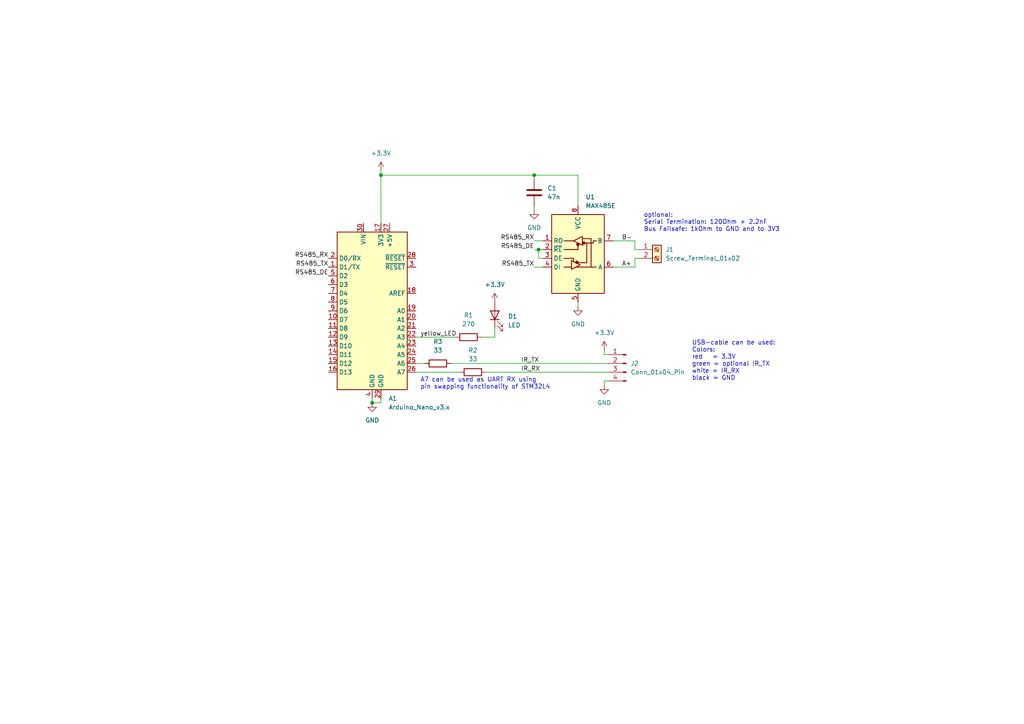
<source format=kicad_sch>
(kicad_sch (version 20230121) (generator eeschema)
  (paper "A4")
  (lib_symbols
    (symbol "Connector:Conn_01x04_Pin" (pin_names (offset 1.016) hide)
      (property "Reference" "J" (at 0 5.08 0))
      (property "Value" "Conn_01x04_Pin" (at 0 -7.62 0))
      (symbol "Conn_01x04_Pin_1_1"
        (polyline (pts (xy 1.27 -5.08) (xy 0.8636 -5.08)) (stroke (width 0.1524)))
        (polyline (pts (xy 1.27 -2.54) (xy 0.8636 -2.54)) (stroke (width 0.1524)))
        (polyline (pts (xy 1.27 0) (xy 0.8636 0)) (stroke (width 0.1524)))
        (polyline (pts (xy 1.27 2.54) (xy 0.8636 2.54)) (stroke (width 0.1524)))
        (rectangle (start 0.8636 -4.953) (end 0 -5.207) (stroke (width 0.1524)) (fill (type outline)))
        (rectangle (start 0.8636 -2.413) (end 0 -2.667) (stroke (width 0.1524)) (fill (type outline)))
        (rectangle (start 0.8636 0.127) (end 0 -0.127) (stroke (width 0.1524)) (fill (type outline)))
        (rectangle (start 0.8636 2.667) (end 0 2.413) (stroke (width 0.1524)) (fill (type outline)))
        (pin passive line (at 5.08 2.54 180) (length 3.81) (name "Pin_1") (number "1"))
        (pin passive line (at 5.08 0 180) (length 3.81) (name "Pin_2") (number "2"))
        (pin passive line (at 5.08 -2.54 180) (length 3.81) (name "Pin_3") (number "3"))
        (pin passive line (at 5.08 -5.08 180) (length 3.81) (name "Pin_4") (number "4"))
      )
    )
    (symbol "Connector:Screw_Terminal_01x02" (pin_names (offset 1.016) hide)
      (property "Reference" "J" (at 0 2.54 0))
      (property "Value" "Screw_Terminal_01x02" (at 0 -5.08 0))
      (symbol "Screw_Terminal_01x02_1_1"
        (rectangle (start -1.27 1.27) (end 1.27 -3.81) (stroke (width 0.254)) (fill (type background)))
        (circle (center 0 -2.54) (radius 0.635) (stroke (width 0.1524)))
        (polyline (pts (xy -0.5334 -2.2098) (xy 0.3302 -3.048)) (stroke (width 0.1524)))
        (polyline (pts (xy -0.5334 0.3302) (xy 0.3302 -0.508)) (stroke (width 0.1524)))
        (polyline (pts (xy -0.3556 -2.032) (xy 0.508 -2.8702)) (stroke (width 0.1524)))
        (polyline (pts (xy -0.3556 0.508) (xy 0.508 -0.3302)) (stroke (width 0.1524)))
        (circle (center 0 0) (radius 0.635) (stroke (width 0.1524)))
        (pin passive line (at -5.08 0 0) (length 3.81) (name "Pin_1") (number "1"))
        (pin passive line (at -5.08 -2.54 0) (length 3.81) (name "Pin_2") (number "2"))
      )
    )
    (symbol "Device:C" (pin_numbers hide) (pin_names (offset 0.254))
      (property "Reference" "C" (at 0.635 2.54 0))
      (property "Value" "C" (at 0.635 -2.54 0))
      (symbol "C_0_1"
        (polyline (pts (xy -2.032 -0.762) (xy 2.032 -0.762)) (stroke (width 0.508)))
        (polyline (pts (xy -2.032 0.762) (xy 2.032 0.762)) (stroke (width 0.508)))
      )
      (symbol "C_1_1"
        (pin passive line (at 0 3.81 270) (length 2.794) (name "~") (number "1"))
        (pin passive line (at 0 -3.81 90) (length 2.794) (name "~") (number "2"))
      )
    )
    (symbol "Device:LED" (pin_numbers hide) (pin_names (offset 1.016) hide)
      (property "Reference" "D" (at 0 2.54 0))
      (property "Value" "LED" (at 0 -2.54 0))
      (symbol "LED_0_1"
        (polyline (pts (xy -1.27 -1.27) (xy -1.27 1.27)) (stroke (width 0.254)))
        (polyline (pts (xy -1.27 0) (xy 1.27 0)))
        (polyline (pts (xy 1.27 -1.27) (xy 1.27 1.27) (xy -1.27 0) (xy 1.27 -1.27)) (stroke (width 0.254)))
        (polyline (pts (xy -3.048 -0.762) (xy -4.572 -2.286) (xy -3.81 -2.286) (xy -4.572 -2.286) (xy -4.572 -1.524)))
        (polyline (pts (xy -1.778 -0.762) (xy -3.302 -2.286) (xy -2.54 -2.286) (xy -3.302 -2.286) (xy -3.302 -1.524)))
      )
      (symbol "LED_1_1"
        (pin passive line (at -3.81 0 0) (length 2.54) (name "K") (number "1"))
        (pin passive line (at 3.81 0 180) (length 2.54) (name "A") (number "2"))
      )
    )
    (symbol "Device:R" (pin_numbers hide) (pin_names (offset 0))
      (property "Reference" "R" (at 2.032 0 90))
      (property "Value" "R" (at 0 0 90))
      (symbol "R_0_1"
        (rectangle (start -1.016 -2.54) (end 1.016 2.54) (stroke (width 0.254)))
      )
      (symbol "R_1_1"
        (pin passive line (at 0 3.81 270) (length 1.27) (name "~") (number "1"))
        (pin passive line (at 0 -3.81 90) (length 1.27) (name "~") (number "2"))
      )
    )
    (symbol "Interface_UART:MAX485E"
      (property "Reference" "U" (at -6.096 11.43 0))
      (property "Value" "MAX485E" (at 0.762 11.43 0))
      (symbol "MAX485E_0_1"
        (rectangle (start -7.62 10.16) (end 7.62 -12.7) (stroke (width 0.254)) (fill (type background)))
        (circle (center -0.3048 -3.683) (radius 0.3556) (stroke (width 0.254)) (fill (type outline)))
        (circle (center -0.0254 1.4986) (radius 0.3556) (stroke (width 0.254)) (fill (type outline)))
        (polyline (pts (xy -4.064 -5.08) (xy -1.905 -5.08)) (stroke (width 0.254)))
        (polyline (pts (xy -4.064 2.54) (xy -1.27 2.54)) (stroke (width 0.254)))
        (polyline (pts (xy -1.27 -3.2004) (xy -1.27 -3.4544)) (stroke (width 0.254)))
        (polyline (pts (xy -0.635 -5.08) (xy 5.334 -5.08)) (stroke (width 0.254)))
        (polyline (pts (xy -4.064 -2.54) (xy -1.27 -2.54) (xy -1.27 -3.175)) (stroke (width 0.254)))
        (polyline (pts (xy 0 1.27) (xy 0 0) (xy -4.064 0)) (stroke (width 0.254)))
        (polyline (pts (xy 1.27 3.175) (xy 3.81 3.175) (xy 3.81 -5.08)) (stroke (width 0.254)))
        (polyline (pts (xy 2.54 1.905) (xy 2.54 -3.81) (xy 0 -3.81)) (stroke (width 0.254)))
        (polyline (pts (xy -1.905 -3.175) (xy -1.905 -5.715) (xy 0.635 -4.445) (xy -1.905 -3.175)) (stroke (width 0.254)))
        (polyline (pts (xy -1.27 2.54) (xy 1.27 3.81) (xy 1.27 1.27) (xy -1.27 2.54)) (stroke (width 0.254)))
        (polyline (pts (xy 1.905 1.905) (xy 4.445 1.905) (xy 4.445 2.54) (xy 5.334 2.54)) (stroke (width 0.254)))
        (rectangle (start 1.27 3.175) (end 1.27 3.175))
        (circle (center 1.651 1.905) (radius 0.3556) (stroke (width 0.254)) (fill (type outline)))
      )
      (symbol "MAX485E_1_1"
        (pin output line (at -10.16 2.54 0) (length 2.54) (name "RO") (number "1"))
        (pin input line (at -10.16 0 0) (length 2.54) (name "~{RE}") (number "2"))
        (pin input line (at -10.16 -2.54 0) (length 2.54) (name "DE") (number "3"))
        (pin input line (at -10.16 -5.08 0) (length 2.54) (name "DI") (number "4"))
        (pin power_in line (at 0 -15.24 90) (length 2.54) (name "GND") (number "5"))
        (pin bidirectional line (at 10.16 -5.08 180) (length 2.54) (name "A") (number "6"))
        (pin bidirectional line (at 10.16 2.54 180) (length 2.54) (name "B") (number "7"))
        (pin power_in line (at 0 12.7 270) (length 2.54) (name "VCC") (number "8"))
      )
    )
    (symbol "MCU_Module:Arduino_Nano_v3.x"
      (property "Reference" "A" (at -10.16 23.495 0))
      (property "Value" "Arduino_Nano_v3.x" (at 5.08 -24.13 0))
      (symbol "Arduino_Nano_v3.x_0_1"
        (rectangle (start -10.16 22.86) (end 10.16 -22.86) (stroke (width 0.254)) (fill (type background)))
      )
      (symbol "Arduino_Nano_v3.x_1_1"
        (pin bidirectional line (at -12.7 12.7 0) (length 2.54) (name "D1/TX") (number "1"))
        (pin bidirectional line (at -12.7 -2.54 0) (length 2.54) (name "D7") (number "10"))
        (pin bidirectional line (at -12.7 -5.08 0) (length 2.54) (name "D8") (number "11"))
        (pin bidirectional line (at -12.7 -7.62 0) (length 2.54) (name "D9") (number "12"))
        (pin bidirectional line (at -12.7 -10.16 0) (length 2.54) (name "D10") (number "13"))
        (pin bidirectional line (at -12.7 -12.7 0) (length 2.54) (name "D11") (number "14"))
        (pin bidirectional line (at -12.7 -15.24 0) (length 2.54) (name "D12") (number "15"))
        (pin bidirectional line (at -12.7 -17.78 0) (length 2.54) (name "D13") (number "16"))
        (pin power_out line (at 2.54 25.4 270) (length 2.54) (name "3V3") (number "17"))
        (pin input line (at 12.7 5.08 180) (length 2.54) (name "AREF") (number "18"))
        (pin bidirectional line (at 12.7 0 180) (length 2.54) (name "A0") (number "19"))
        (pin bidirectional line (at -12.7 15.24 0) (length 2.54) (name "D0/RX") (number "2"))
        (pin bidirectional line (at 12.7 -2.54 180) (length 2.54) (name "A1") (number "20"))
        (pin bidirectional line (at 12.7 -5.08 180) (length 2.54) (name "A2") (number "21"))
        (pin bidirectional line (at 12.7 -7.62 180) (length 2.54) (name "A3") (number "22"))
        (pin bidirectional line (at 12.7 -10.16 180) (length 2.54) (name "A4") (number "23"))
        (pin bidirectional line (at 12.7 -12.7 180) (length 2.54) (name "A5") (number "24"))
        (pin bidirectional line (at 12.7 -15.24 180) (length 2.54) (name "A6") (number "25"))
        (pin bidirectional line (at 12.7 -17.78 180) (length 2.54) (name "A7") (number "26"))
        (pin power_out line (at 5.08 25.4 270) (length 2.54) (name "+5V") (number "27"))
        (pin input line (at 12.7 15.24 180) (length 2.54) (name "~{RESET}") (number "28"))
        (pin power_in line (at 2.54 -25.4 90) (length 2.54) (name "GND") (number "29"))
        (pin input line (at 12.7 12.7 180) (length 2.54) (name "~{RESET}") (number "3"))
        (pin power_in line (at -2.54 25.4 270) (length 2.54) (name "VIN") (number "30"))
        (pin power_in line (at 0 -25.4 90) (length 2.54) (name "GND") (number "4"))
        (pin bidirectional line (at -12.7 10.16 0) (length 2.54) (name "D2") (number "5"))
        (pin bidirectional line (at -12.7 7.62 0) (length 2.54) (name "D3") (number "6"))
        (pin bidirectional line (at -12.7 5.08 0) (length 2.54) (name "D4") (number "7"))
        (pin bidirectional line (at -12.7 2.54 0) (length 2.54) (name "D5") (number "8"))
        (pin bidirectional line (at -12.7 0 0) (length 2.54) (name "D6") (number "9"))
      )
    )
    (symbol "power:+3.3V" (power) (pin_names (offset 0))
      (property "Value" "+3.3V" (at 0 3.556 0))
      (symbol "+3.3V_0_1"
        (polyline (pts (xy -0.762 1.27) (xy 0 2.54)))
        (polyline (pts (xy 0 0) (xy 0 2.54)))
        (polyline (pts (xy 0 2.54) (xy 0.762 1.27)))
      )
      (symbol "+3.3V_1_1"
        (pin power_in line (at 0 0 90) (length 0) hide (name "+3.3V") (number "1"))
      )
    )
    (symbol "power:GND" (power) (pin_names (offset 0))
      (property "Value" "GND" (at 0 -3.81 0))
      (symbol "GND_0_1"
        (polyline (pts (xy 0 0) (xy 0 -1.27) (xy 1.27 -1.27) (xy 0 -2.54) (xy -1.27 -1.27) (xy 0 -1.27)))
      )
      (symbol "GND_1_1"
        (pin power_in line (at 0 0 270) (length 0) hide (name "GND") (number "1"))
      )
    )
  )
  (junction (at 156.21 72.39))
  (junction (at 154.94 50.8))
  (junction (at 110.49 50.8))
  (junction (at 107.95 116.84))
  (wire (pts (xy 184.15 69.85) (xy 184.15 72.39)))
  (wire (pts (xy 177.8 69.85) (xy 184.15 69.85)))
  (wire (pts (xy 130.81 105.41) (xy 176.53 105.41)))
  (wire (pts (xy 140.97 107.95) (xy 176.53 107.95)))
  (wire (pts (xy 143.51 97.79) (xy 139.7 97.79)))
  (wire (pts (xy 175.26 110.49) (xy 176.53 110.49)))
  (wire (pts (xy 143.51 95.25) (xy 143.51 97.79)))
  (wire (pts (xy 185.42 74.93) (xy 184.15 74.93)))
  (wire (pts (xy 154.94 59.69) (xy 154.94 60.96)))
  (wire (pts (xy 154.94 50.8) (xy 154.94 52.07)))
  (wire (pts (xy 175.26 111.76) (xy 175.26 110.49)))
  (wire (pts (xy 157.48 74.93) (xy 156.21 74.93)))
  (wire (pts (xy 110.49 49.53) (xy 110.49 50.8)))
  (wire (pts (xy 110.49 50.8) (xy 110.49 64.77)))
  (wire (pts (xy 120.65 107.95) (xy 133.35 107.95)))
  (wire (pts (xy 154.94 50.8) (xy 167.64 50.8)))
  (wire (pts (xy 154.94 69.85) (xy 157.48 69.85)))
  (wire (pts (xy 184.15 72.39) (xy 185.42 72.39)))
  (wire (pts (xy 107.95 116.84) (xy 110.49 116.84)))
  (wire (pts (xy 154.94 77.47) (xy 157.48 77.47)))
  (wire (pts (xy 184.15 74.93) (xy 184.15 77.47)))
  (wire (pts (xy 176.53 102.87) (xy 175.26 102.87)))
  (wire (pts (xy 167.64 50.8) (xy 167.64 59.69)))
  (wire (pts (xy 110.49 115.57) (xy 110.49 116.84)))
  (wire (pts (xy 175.26 101.6) (xy 175.26 102.87)))
  (wire (pts (xy 156.21 72.39) (xy 157.48 72.39)))
  (wire (pts (xy 120.65 105.41) (xy 123.19 105.41)))
  (wire (pts (xy 107.95 115.57) (xy 107.95 116.84)))
  (wire (pts (xy 154.94 72.39) (xy 156.21 72.39)))
  (wire (pts (xy 156.21 74.93) (xy 156.21 72.39)))
  (wire (pts (xy 120.65 97.79) (xy 132.08 97.79)))
  (wire (pts (xy 110.49 50.8) (xy 154.94 50.8)))
  (wire (pts (xy 167.64 87.63) (xy 167.64 88.9)))
  (wire (pts (xy 177.8 77.47) (xy 184.15 77.47)))
  (text "USB-cable can be used:\nColors:\nred   = 3.3V\ngreen = optional IR_TX\nwhite = IR_RX\nblack = GND" (at 200.66 110.49 0) (effects (font (size 1.27 1.27)) (justify left bottom)))
  (text "A7 can be used as UART RX using\npin swapping functionality of STM32L4" (at 121.92 113.03 0) (effects (font (size 1.27 1.27)) (justify left bottom)))
  (text "optional:\nSerial Termination: 120Ohm + 2.2nF\nBus Failsafe: 1kOhm to GND and to 3V3" (at 186.69 67.31 0) (effects (font (size 1.27 1.27)) (justify left bottom)))
  (label "yellow_LED" (at 121.92 97.79 0))
  (label "RS485_DE" (at 154.94 72.39 180))
  (label "B-" (at 180.34 69.85 0))
  (label "RS485_TX" (at 154.94 77.47 180))
  (label "RS485_RX" (at 154.94 69.85 180))
  (label "IR_RX" (at 151.13 107.95 0))
  (label "RS485_DE" (at 95.25 80.01 180))
  (label "IR_TX" (at 151.13 105.41 0))
  (label "RS485_TX" (at 95.25 77.47 180))
  (label "RS485_RX" (at 95.25 74.93 180))
  (label "A+" (at 180.34 77.47 0))
  (symbol (lib_id "power:GND") (at 167.64 88.9 0) (unit 1)
    (property "Reference" "#PWR03" (effects hide))
    (property "Value" "GND" (at 167.64 93.98 0))
  )
  (symbol (lib_id "power:+3.3V") (at 143.51 87.63 0) (unit 1)
    (property "Reference" "#PWR08" (effects hide))
    (property "Value" "+3.3V" (at 143.51 82.55 0))
  )
  (symbol (lib_id "power:GND") (at 175.26 111.76 0) (unit 1)
    (property "Reference" "#PWR07" (effects hide))
    (property "Value" "GND" (at 175.26 116.84 0))
  )
  (symbol (lib_id "Interface_UART:MAX485E") (at 167.64 72.39 0) (unit 1)
    (property "Reference" "U1" (at 169.8341 57.15 0) (effects (justify left)))
    (property "Value" "MAX485E" (at 169.8341 59.69 0) (effects (justify left)))
    (property "Footprint" "Package_DIP:DIP-8_W7.62mm" (effects hide))
    (property "Datasheet" "https://datasheets.maximintegrated.com/en/ds/MAX1487E-MAX491E.pdf" (effects hide))
  )
  (symbol (lib_id "Connector:Conn_01x04_Pin") (at 181.61 105.41 0) (mirror y) (unit 1)
    (property "Reference" "J2" (at 182.88 105.41 0) (effects (justify right)))
    (property "Value" "Conn_01x04_Pin" (at 182.88 107.95 0) (effects (justify right)))
    (property "Footprint" "Connector_PinHeader_2.54mm:PinHeader_1x04_P2.54mm_Vertical" (effects hide))
  )
  (symbol (lib_id "Connector:Screw_Terminal_01x02") (at 190.5 72.39 0) (unit 1)
    (property "Reference" "J1" (at 193.04 72.39 0) (effects (justify left)))
    (property "Value" "Screw_Terminal_01x02" (at 193.04 74.93 0) (effects (justify left)))
    (property "Footprint" "TerminalBlock_Phoenix:TerminalBlock_Phoenix_MKDS-1,5-2-5.08_1x02_P5.08mm_Horizontal" (effects hide))
  )
  (symbol (lib_id "MCU_Module:Arduino_Nano_v3.x") (at 107.95 90.17 0) (unit 1)
    (property "Reference" "A1" (at 112.6841 115.57 0) (effects (justify left)))
    (property "Value" "Arduino_Nano_v3.x" (at 112.6841 118.11 0) (effects (justify left)))
    (property "Footprint" "Module:Arduino_Nano" (effects hide))
    (property "Datasheet" "http://www.mouser.com/pdfdocs/Gravitech_Arduino_Nano3_0.pdf" (effects hide))
  )
  (symbol (lib_id "power:+3.3V") (at 175.26 101.6 0) (unit 1)
    (property "Reference" "#PWR06" (effects hide))
    (property "Value" "+3.3V" (at 175.26 96.52 0))
  )
  (symbol (lib_id "Device:R") (at 135.89 97.79 270) (unit 1)
    (property "Reference" "R1" (at 135.89 91.44 90))
    (property "Value" "270" (at 135.89 93.98 90))
    (property "Footprint" "Resistor_SMD:R_0805_2012Metric" (effects hide))
  )
  (symbol (lib_id "Device:C") (at 154.94 55.88 0) (unit 1)
    (property "Reference" "C1" (at 158.75 54.61 0) (effects (justify left)))
    (property "Value" "47n" (at 158.75 57.15 0) (effects (justify left)))
    (property "Footprint" "Capacitor_THT:C_Disc_D3.0mm_W1.6mm_P2.50mm" (effects hide))
  )
  (symbol (lib_id "Device:R") (at 137.16 107.95 90) (unit 1)
    (property "Reference" "R2" (at 137.16 101.6 90))
    (property "Value" "33" (at 137.16 104.14 90))
    (property "Footprint" "Resistor_SMD:R_0805_2012Metric" (effects hide))
  )
  (symbol (lib_id "power:+3.3V") (at 110.49 49.53 0) (unit 1)
    (property "Reference" "#PWR05" (effects hide))
    (property "Value" "+3.3V" (at 110.49 44.45 0))
  )
  (symbol (lib_id "Device:LED") (at 143.51 91.44 90) (unit 1)
    (property "Reference" "D1" (at 147.32 91.7575 90) (effects (justify right)))
    (property "Value" "LED" (at 147.32 94.2975 90) (effects (justify right)))
    (property "Footprint" "LED_THT:LED_D2.0mm_W4.8mm_H2.5mm_FlatTop" (effects hide))
  )
  (symbol (lib_id "power:GND") (at 154.94 60.96 0) (unit 1)
    (property "Reference" "#PWR04" (effects hide))
    (property "Value" "GND" (at 154.94 66.04 0))
  )
  (symbol (lib_id "Device:R") (at 127 105.41 90) (unit 1)
    (property "Reference" "R3" (at 127 99.06 90))
    (property "Value" "33" (at 127 101.6 90))
    (property "Footprint" "Resistor_SMD:R_0805_2012Metric" (effects hide))
  )
  (symbol (lib_id "power:GND") (at 107.95 116.84 0) (unit 1)
    (property "Reference" "#PWR02" (effects hide))
    (property "Value" "GND" (at 107.95 121.92 0))
  )
)
</source>
